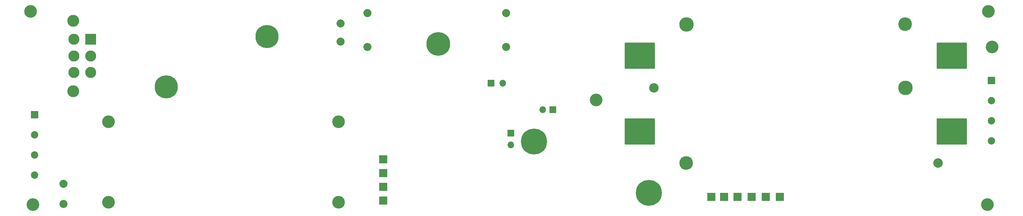
<source format=gts>
G04 #@! TF.GenerationSoftware,KiCad,Pcbnew,7.0.9*
G04 #@! TF.CreationDate,2024-04-15T23:38:29-07:00*
G04 #@! TF.ProjectId,AVcarrierBoard,41566361-7272-4696-9572-426f6172642e,rev?*
G04 #@! TF.SameCoordinates,Original*
G04 #@! TF.FileFunction,Soldermask,Top*
G04 #@! TF.FilePolarity,Negative*
%FSLAX46Y46*%
G04 Gerber Fmt 4.6, Leading zero omitted, Abs format (unit mm)*
G04 Created by KiCad (PCBNEW 7.0.9) date 2024-04-15 23:38:29*
%MOMM*%
%LPD*%
G01*
G04 APERTURE LIST*
G04 Aperture macros list*
%AMRoundRect*
0 Rectangle with rounded corners*
0 $1 Rounding radius*
0 $2 $3 $4 $5 $6 $7 $8 $9 X,Y pos of 4 corners*
0 Add a 4 corners polygon primitive as box body*
4,1,4,$2,$3,$4,$5,$6,$7,$8,$9,$2,$3,0*
0 Add four circle primitives for the rounded corners*
1,1,$1+$1,$2,$3*
1,1,$1+$1,$4,$5*
1,1,$1+$1,$6,$7*
1,1,$1+$1,$8,$9*
0 Add four rect primitives between the rounded corners*
20,1,$1+$1,$2,$3,$4,$5,0*
20,1,$1+$1,$4,$5,$6,$7,0*
20,1,$1+$1,$6,$7,$8,$9,0*
20,1,$1+$1,$8,$9,$2,$3,0*%
G04 Aperture macros list end*
%ADD10C,3.200000*%
%ADD11R,1.700000X1.700000*%
%ADD12O,1.700000X1.700000*%
%ADD13RoundRect,0.102000X-0.825000X0.825000X-0.825000X-0.825000X0.825000X-0.825000X0.825000X0.825000X0*%
%ADD14C,1.854000*%
%ADD15R,2.032000X2.032000*%
%ADD16C,2.032000*%
%ADD17C,2.999999*%
%ADD18R,2.800000X2.800000*%
%ADD19C,2.800000*%
%ADD20C,3.450000*%
%ADD21C,2.390000*%
%ADD22RoundRect,0.102000X-3.670000X-3.175000X3.670000X-3.175000X3.670000X3.175000X-3.670000X3.175000X0*%
%ADD23C,6.560820*%
%ADD24C,3.654400*%
%ADD25C,2.387600*%
%ADD26C,5.842000*%
%ADD27C,6.000000*%
G04 APERTURE END LIST*
D10*
X171000000Y-93000000D03*
D11*
X144470200Y-88798400D03*
D12*
X147440200Y-88798400D03*
D13*
X29464000Y-96723200D03*
D14*
X29464000Y-101803200D03*
X29464000Y-106883200D03*
X29464000Y-111963200D03*
D10*
X48057500Y-98503750D03*
X48057500Y-118823750D03*
X106057500Y-98503750D03*
X106057500Y-118823750D03*
D15*
X117275000Y-108060000D03*
X117275000Y-111520000D03*
X117275000Y-114980000D03*
X117275000Y-118440000D03*
D16*
X36735000Y-114220000D03*
X36735000Y-119300000D03*
D10*
X28448000Y-70713600D03*
X29006800Y-119430800D03*
D17*
X39166800Y-90830400D03*
X39166800Y-73030436D03*
D18*
X43557799Y-77730434D03*
D19*
X43557799Y-81930433D03*
X43557799Y-86130432D03*
X39357800Y-77730434D03*
X39357800Y-81930433D03*
X39357800Y-86130432D03*
D20*
X193720000Y-108945000D03*
X248920000Y-73935000D03*
D21*
X257140000Y-108945000D03*
D22*
X181990000Y-81885000D03*
X260650000Y-81885000D03*
X181990000Y-100995000D03*
X260650000Y-100995000D03*
D13*
X270650000Y-88137500D03*
D14*
X270650000Y-93217500D03*
X270650000Y-98297500D03*
X270650000Y-103377500D03*
D10*
X269595600Y-119430800D03*
D11*
X160070800Y-95504000D03*
D12*
X157530800Y-95504000D03*
D10*
X270852000Y-79675000D03*
X269849600Y-70713600D03*
D23*
X155321000Y-103505000D03*
X184264300Y-116459000D03*
D15*
X217265000Y-117475000D03*
X213725000Y-117475000D03*
X210185000Y-117475000D03*
X206645000Y-117475000D03*
X203265000Y-117475000D03*
X200025000Y-117475000D03*
D24*
X249000000Y-90000000D03*
X193755000Y-73998000D03*
D25*
X185525400Y-90000000D03*
D26*
X62616800Y-89756000D03*
X88016800Y-77056000D03*
D16*
X106599387Y-78326000D03*
X106599387Y-73765535D03*
D27*
X131210000Y-78920000D03*
D16*
X148310000Y-71120000D03*
X148310000Y-79620000D03*
X113310000Y-71120000D03*
X113310000Y-79620000D03*
D11*
X149453600Y-101442600D03*
D12*
X149453600Y-104412600D03*
M02*

</source>
